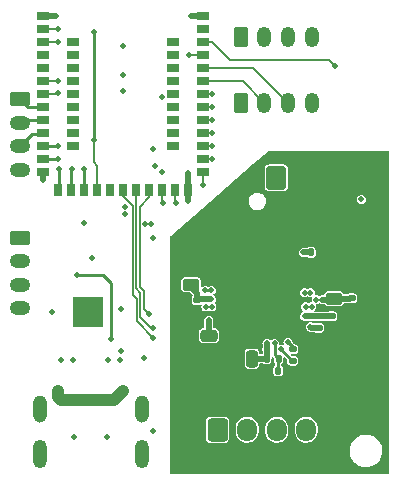
<source format=gbl>
%TF.GenerationSoftware,KiCad,Pcbnew,(6.0.7-1)-1*%
%TF.CreationDate,2022-09-14T15:44:29-04:00*%
%TF.ProjectId,phocuser,70686f63-7573-4657-922e-6b696361645f,rev?*%
%TF.SameCoordinates,Original*%
%TF.FileFunction,Copper,L4,Bot*%
%TF.FilePolarity,Positive*%
%FSLAX46Y46*%
G04 Gerber Fmt 4.6, Leading zero omitted, Abs format (unit mm)*
G04 Created by KiCad (PCBNEW (6.0.7-1)-1) date 2022-09-14 15:44:29*
%MOMM*%
%LPD*%
G01*
G04 APERTURE LIST*
G04 Aperture macros list*
%AMRoundRect*
0 Rectangle with rounded corners*
0 $1 Rounding radius*
0 $2 $3 $4 $5 $6 $7 $8 $9 X,Y pos of 4 corners*
0 Add a 4 corners polygon primitive as box body*
4,1,4,$2,$3,$4,$5,$6,$7,$8,$9,$2,$3,0*
0 Add four circle primitives for the rounded corners*
1,1,$1+$1,$2,$3*
1,1,$1+$1,$4,$5*
1,1,$1+$1,$6,$7*
1,1,$1+$1,$8,$9*
0 Add four rect primitives between the rounded corners*
20,1,$1+$1,$2,$3,$4,$5,0*
20,1,$1+$1,$4,$5,$6,$7,0*
20,1,$1+$1,$6,$7,$8,$9,0*
20,1,$1+$1,$8,$9,$2,$3,0*%
G04 Aperture macros list end*
%TA.AperFunction,ComponentPad*%
%ADD10RoundRect,0.250000X-0.600000X-0.725000X0.600000X-0.725000X0.600000X0.725000X-0.600000X0.725000X0*%
%TD*%
%TA.AperFunction,ComponentPad*%
%ADD11O,1.700000X1.950000*%
%TD*%
%TA.AperFunction,ComponentPad*%
%ADD12C,0.500000*%
%TD*%
%TA.AperFunction,SMDPad,CuDef*%
%ADD13R,4.100000X3.600000*%
%TD*%
%TA.AperFunction,ComponentPad*%
%ADD14RoundRect,0.250000X-0.600000X-0.750000X0.600000X-0.750000X0.600000X0.750000X-0.600000X0.750000X0*%
%TD*%
%TA.AperFunction,ComponentPad*%
%ADD15O,1.700000X2.000000*%
%TD*%
%TA.AperFunction,ComponentPad*%
%ADD16O,1.158000X2.316000*%
%TD*%
%TA.AperFunction,ComponentPad*%
%ADD17O,1.200000X2.400000*%
%TD*%
%TA.AperFunction,SMDPad,CuDef*%
%ADD18R,2.500000X2.500000*%
%TD*%
%TA.AperFunction,ComponentPad*%
%ADD19RoundRect,0.250000X-0.350000X-0.625000X0.350000X-0.625000X0.350000X0.625000X-0.350000X0.625000X0*%
%TD*%
%TA.AperFunction,ComponentPad*%
%ADD20O,1.200000X1.750000*%
%TD*%
%TA.AperFunction,ComponentPad*%
%ADD21RoundRect,0.250000X-0.625000X0.350000X-0.625000X-0.350000X0.625000X-0.350000X0.625000X0.350000X0*%
%TD*%
%TA.AperFunction,ComponentPad*%
%ADD22O,1.750000X1.200000*%
%TD*%
%TA.AperFunction,SMDPad,CuDef*%
%ADD23RoundRect,0.140000X0.140000X0.170000X-0.140000X0.170000X-0.140000X-0.170000X0.140000X-0.170000X0*%
%TD*%
%TA.AperFunction,SMDPad,CuDef*%
%ADD24RoundRect,0.250000X0.250000X0.475000X-0.250000X0.475000X-0.250000X-0.475000X0.250000X-0.475000X0*%
%TD*%
%TA.AperFunction,SMDPad,CuDef*%
%ADD25RoundRect,0.140000X0.170000X-0.140000X0.170000X0.140000X-0.170000X0.140000X-0.170000X-0.140000X0*%
%TD*%
%TA.AperFunction,SMDPad,CuDef*%
%ADD26RoundRect,0.140000X-0.170000X0.140000X-0.170000X-0.140000X0.170000X-0.140000X0.170000X0.140000X0*%
%TD*%
%TA.AperFunction,SMDPad,CuDef*%
%ADD27RoundRect,0.140000X-0.140000X-0.170000X0.140000X-0.170000X0.140000X0.170000X-0.140000X0.170000X0*%
%TD*%
%TA.AperFunction,SMDPad,CuDef*%
%ADD28RoundRect,0.250000X-0.475000X0.250000X-0.475000X-0.250000X0.475000X-0.250000X0.475000X0.250000X0*%
%TD*%
%TA.AperFunction,SMDPad,CuDef*%
%ADD29RoundRect,0.135000X-0.135000X-0.185000X0.135000X-0.185000X0.135000X0.185000X-0.135000X0.185000X0*%
%TD*%
%TA.AperFunction,SMDPad,CuDef*%
%ADD30RoundRect,0.250000X-0.450000X0.262500X-0.450000X-0.262500X0.450000X-0.262500X0.450000X0.262500X0*%
%TD*%
%TA.AperFunction,SMDPad,CuDef*%
%ADD31RoundRect,0.250000X0.450000X-0.262500X0.450000X0.262500X-0.450000X0.262500X-0.450000X-0.262500X0*%
%TD*%
%TA.AperFunction,SMDPad,CuDef*%
%ADD32R,1.000000X0.750000*%
%TD*%
%TA.AperFunction,SMDPad,CuDef*%
%ADD33R,0.750000X1.000000*%
%TD*%
%TA.AperFunction,ViaPad*%
%ADD34C,0.508000*%
%TD*%
%TA.AperFunction,Conductor*%
%ADD35C,0.152400*%
%TD*%
%TA.AperFunction,Conductor*%
%ADD36C,0.500000*%
%TD*%
%TA.AperFunction,Conductor*%
%ADD37C,0.250000*%
%TD*%
%TA.AperFunction,Conductor*%
%ADD38C,0.128000*%
%TD*%
%TA.AperFunction,Conductor*%
%ADD39C,1.000000*%
%TD*%
G04 APERTURE END LIST*
D10*
%TO.P,J1,1,Pin_1*%
%TO.N,Net-(J1-Pad1)*%
X185250000Y-101000000D03*
D11*
%TO.P,J1,2,Pin_2*%
%TO.N,Net-(J1-Pad2)*%
X187750000Y-101000000D03*
%TO.P,J1,3,Pin_3*%
%TO.N,Net-(J1-Pad3)*%
X190250000Y-101000000D03*
%TO.P,J1,4,Pin_4*%
%TO.N,Net-(J1-Pad4)*%
X192750000Y-101000000D03*
%TD*%
D12*
%TO.P,U2,37,GNDD*%
%TO.N,GND*%
X190550000Y-88700000D03*
D13*
X188750000Y-90250000D03*
D12*
X190550000Y-91800000D03*
X186950000Y-90250000D03*
X189350000Y-90250000D03*
X188150000Y-90250000D03*
X189350000Y-91800000D03*
X189350000Y-88700000D03*
X186950000Y-88700000D03*
X186950000Y-91800000D03*
X190550000Y-90250000D03*
X188150000Y-88700000D03*
X188150000Y-91800000D03*
%TD*%
D14*
%TO.P,J3,1,Pin_1*%
%TO.N,+12V*%
X190200000Y-79675000D03*
D15*
%TO.P,J3,2,Pin_2*%
%TO.N,GND*%
X192700000Y-79675000D03*
%TD*%
D16*
%TO.P,J4,S3,SHIELD*%
%TO.N,GND*%
X170180000Y-99275000D03*
%TO.P,J4,S4,SHIELD*%
X178820000Y-99275000D03*
D17*
%TO.P,J4,S5,SHIELD*%
X170180000Y-103100000D03*
%TO.P,J4,S6,SHIELD*%
X178820000Y-103100000D03*
%TD*%
D12*
%TO.P,U3,21,GND*%
%TO.N,GND*%
X175250000Y-90000000D03*
X173250000Y-92000000D03*
D18*
X174250000Y-91000000D03*
D12*
X175250000Y-92000000D03*
X173250000Y-90000000D03*
%TD*%
D19*
%TO.P,J5,1,Pin_1*%
%TO.N,VCC*%
X187200000Y-67750000D03*
D20*
%TO.P,J5,2,Pin_2*%
%TO.N,ACC0_A*%
X189200000Y-67750000D03*
%TO.P,J5,3,Pin_3*%
%TO.N,ACC0_B*%
X191200000Y-67750000D03*
%TO.P,J5,4,Pin_4*%
%TO.N,GND*%
X193200000Y-67750000D03*
%TD*%
D19*
%TO.P,J6,1,Pin_1*%
%TO.N,VCC*%
X187200000Y-73350000D03*
D20*
%TO.P,J6,2,Pin_2*%
%TO.N,ACC1_A*%
X189200000Y-73350000D03*
%TO.P,J6,3,Pin_3*%
%TO.N,ACC1_B*%
X191200000Y-73350000D03*
%TO.P,J6,4,Pin_4*%
%TO.N,GND*%
X193200000Y-73350000D03*
%TD*%
D21*
%TO.P,J7,1,Pin_1*%
%TO.N,GND*%
X168510000Y-84740000D03*
D22*
%TO.P,J7,2,Pin_2*%
%TO.N,Net-(J7-Pad2)*%
X168510000Y-86740000D03*
%TO.P,J7,3,Pin_3*%
%TO.N,Net-(J7-Pad3)*%
X168510000Y-88740000D03*
%TO.P,J7,4,Pin_4*%
%TO.N,Net-(C16-Pad1)*%
X168510000Y-90740000D03*
%TD*%
D21*
%TO.P,J8,1,Pin_1*%
%TO.N,ACC2_A*%
X168500000Y-73000000D03*
D22*
%TO.P,J8,2,Pin_2*%
%TO.N,ACC2_B*%
X168500000Y-75000000D03*
%TO.P,J8,3,Pin_3*%
%TO.N,ACC2_C*%
X168500000Y-77000000D03*
%TO.P,J8,4,Pin_4*%
%TO.N,GND*%
X168500000Y-79000000D03*
%TD*%
D23*
%TO.P,C1,1*%
%TO.N,Net-(C1-Pad1)*%
X190380000Y-96000000D03*
%TO.P,C1,2*%
%TO.N,GND*%
X189420000Y-96000000D03*
%TD*%
D24*
%TO.P,C2,1*%
%TO.N,Net-(C2-Pad1)*%
X188150000Y-95000000D03*
%TO.P,C2,2*%
%TO.N,GND*%
X186250000Y-95000000D03*
%TD*%
D25*
%TO.P,C3,1*%
%TO.N,Net-(C3-Pad1)*%
X191600000Y-95160000D03*
%TO.P,C3,2*%
%TO.N,Net-(C3-Pad2)*%
X191600000Y-94200000D03*
%TD*%
%TO.P,C4,1*%
%TO.N,Net-(C4-Pad1)*%
X196600000Y-89880000D03*
%TO.P,C4,2*%
%TO.N,GND*%
X196600000Y-88920000D03*
%TD*%
%TO.P,C5,1*%
%TO.N,GND*%
X183500000Y-90980000D03*
%TO.P,C5,2*%
%TO.N,Net-(C5-Pad2)*%
X183500000Y-90020000D03*
%TD*%
D26*
%TO.P,C6,1*%
%TO.N,+12V*%
X193800000Y-91420000D03*
%TO.P,C6,2*%
%TO.N,Net-(C6-Pad2)*%
X193800000Y-92380000D03*
%TD*%
D27*
%TO.P,C7,1*%
%TO.N,+12V*%
X193120000Y-86000000D03*
%TO.P,C7,2*%
%TO.N,GND*%
X194080000Y-86000000D03*
%TD*%
D28*
%TO.P,C8,1*%
%TO.N,+12V*%
X184500000Y-93050000D03*
%TO.P,C8,2*%
%TO.N,GND*%
X184500000Y-94950000D03*
%TD*%
D26*
%TO.P,C9,1*%
%TO.N,+12V*%
X194900000Y-91400000D03*
%TO.P,C9,2*%
%TO.N,GND*%
X194900000Y-92360000D03*
%TD*%
D29*
%TO.P,R1,1*%
%TO.N,Net-(C2-Pad1)*%
X189390000Y-95000000D03*
%TO.P,R1,2*%
%TO.N,Net-(C1-Pad1)*%
X190410000Y-95000000D03*
%TD*%
D30*
%TO.P,R2,1*%
%TO.N,GND*%
X195100000Y-88087500D03*
%TO.P,R2,2*%
%TO.N,Net-(C4-Pad1)*%
X195100000Y-89912500D03*
%TD*%
D31*
%TO.P,R3,1*%
%TO.N,Net-(C5-Pad2)*%
X183000000Y-88712500D03*
%TO.P,R3,2*%
%TO.N,GND*%
X183000000Y-86887500D03*
%TD*%
D32*
%TO.P,U1,1,GND*%
%TO.N,GND*%
X184000000Y-66000000D03*
%TO.P,U1,2,P1.11*%
%TO.N,unconnected-(U1-Pad2)*%
X184000000Y-67100000D03*
%TO.P,U1,3,P1.10*%
%TO.N,/Vmeas*%
X184000000Y-68200000D03*
%TO.P,U1,4,P1.13*%
%TO.N,THERM0*%
X184000000Y-69300000D03*
%TO.P,U1,5,P1.15*%
%TO.N,ACC1_B*%
X184000000Y-70400000D03*
%TO.P,U1,6,P0.03*%
%TO.N,ACC1_A*%
X184000000Y-71500000D03*
%TO.P,U1,7,P0.02*%
%TO.N,TMCCLK*%
X184000000Y-72600000D03*
%TO.P,U1,8,P0.28*%
%TO.N,~{CS1}*%
X184000000Y-73700000D03*
%TO.P,U1,9,P0.29*%
%TO.N,SCLK*%
X184000000Y-74800000D03*
%TO.P,U1,10,P0.30*%
%TO.N,MOSI*%
X184000000Y-75900000D03*
%TO.P,U1,11,P0.31*%
%TO.N,MISO*%
X184000000Y-77000000D03*
%TO.P,U1,12,P0.04*%
%TO.N,STEP*%
X184000000Y-78100000D03*
%TO.P,U1,13,P0.05*%
%TO.N,DIR*%
X184000000Y-79200000D03*
D33*
%TO.P,U1,14,VDD_nRF*%
%TO.N,VCC*%
X182750000Y-80700000D03*
%TO.P,U1,15,P0.07*%
%TO.N,Net-(U1-Pad15)*%
X181650000Y-80700000D03*
%TO.P,U1,16,P1.09*%
%TO.N,Net-(U1-Pad16)*%
X180550000Y-80700000D03*
%TO.P,U1,17,P0.12*%
%TO.N,DIAG0*%
X179450000Y-80700000D03*
%TO.P,U1,18,P0.23*%
%TO.N,DIAG1*%
X178350000Y-80700000D03*
%TO.P,U1,19,P0.21*%
%TO.N,~{MOTOR_EN}*%
X177250000Y-80700000D03*
%TO.P,U1,20,P0.19*%
%TO.N,unconnected-(U1-Pad20)*%
X176150000Y-80700000D03*
%TO.P,U1,21,P0.18*%
%TO.N,~{RESET}*%
X175050000Y-80700000D03*
%TO.P,U1,22,VBUS*%
%TO.N,Net-(R19-Pad2)*%
X173950000Y-80700000D03*
%TO.P,U1,23,D-*%
%TO.N,Net-(R18-Pad2)*%
X172850000Y-80700000D03*
%TO.P,U1,24,D+*%
%TO.N,Net-(R17-Pad2)*%
X171750000Y-80700000D03*
D32*
%TO.P,U1,25,GND*%
%TO.N,GND*%
X170500000Y-79200000D03*
%TO.P,U1,26,P0.22*%
%TO.N,RXD*%
X170500000Y-78100000D03*
%TO.P,U1,27,P1.00*%
%TO.N,TXD*%
X170500000Y-77000000D03*
%TO.P,U1,28,P1.03*%
%TO.N,ACC2_C*%
X170500000Y-75900000D03*
%TO.P,U1,29,P1.01*%
%TO.N,ACC2_B*%
X170500000Y-74800000D03*
%TO.P,U1,30,P1.02*%
%TO.N,ACC2_A*%
X170500000Y-73700000D03*
%TO.P,U1,31,SWDCLK*%
%TO.N,SWDCLK*%
X170500000Y-72600000D03*
%TO.P,U1,32,SWDIO*%
%TO.N,SWDIO*%
X170500000Y-71500000D03*
%TO.P,U1,33,P1.04*%
%TO.N,unconnected-(U1-Pad33)*%
X170500000Y-70400000D03*
%TO.P,U1,34,P1.06*%
%TO.N,unconnected-(U1-Pad34)*%
X170500000Y-69300000D03*
%TO.P,U1,35,P0.09*%
%TO.N,ACC0_A*%
X170500000Y-68200000D03*
%TO.P,U1,36,P0.10*%
%TO.N,ACC0_B*%
X170500000Y-67100000D03*
%TO.P,U1,37,GND*%
%TO.N,GND*%
X170500000Y-66000000D03*
%TO.P,U1,38,P1.14*%
%TO.N,unconnected-(U1-Pad38)*%
X181500000Y-68200000D03*
%TO.P,U1,39,P1.12*%
%TO.N,unconnected-(U1-Pad39)*%
X181500000Y-69300000D03*
%TO.P,U1,40,P0.25*%
%TO.N,unconnected-(U1-Pad40)*%
X181500000Y-70400000D03*
%TO.P,U1,41,P0.11*%
%TO.N,unconnected-(U1-Pad41)*%
X181500000Y-71500000D03*
%TO.P,U1,42,P1.08*%
%TO.N,unconnected-(U1-Pad42)*%
X181500000Y-72600000D03*
%TO.P,U1,43,P0.27*%
%TO.N,unconnected-(U1-Pad43)*%
X181500000Y-73700000D03*
%TO.P,U1,44,P0.08*%
%TO.N,unconnected-(U1-Pad44)*%
X181500000Y-74800000D03*
%TO.P,U1,45,P0.06*%
%TO.N,unconnected-(U1-Pad45)*%
X181500000Y-75900000D03*
%TO.P,U1,46,P0.26*%
%TO.N,unconnected-(U1-Pad46)*%
X181500000Y-77000000D03*
%TO.P,U1,47,P1.07*%
%TO.N,unconnected-(U1-Pad47)*%
X173000000Y-68200000D03*
%TO.P,U1,48,P1.05*%
%TO.N,unconnected-(U1-Pad48)*%
X173000000Y-69300000D03*
%TO.P,U1,49,P0.24*%
%TO.N,unconnected-(U1-Pad49)*%
X173000000Y-70400000D03*
%TO.P,U1,50,P0.20*%
%TO.N,unconnected-(U1-Pad50)*%
X173000000Y-71500000D03*
%TO.P,U1,51,P0.17*%
%TO.N,unconnected-(U1-Pad51)*%
X173000000Y-72600000D03*
%TO.P,U1,52,P0.15*%
%TO.N,unconnected-(U1-Pad52)*%
X173000000Y-73700000D03*
%TO.P,U1,53,P0.14*%
%TO.N,unconnected-(U1-Pad53)*%
X173000000Y-74800000D03*
%TO.P,U1,54,P0.13*%
%TO.N,unconnected-(U1-Pad54)*%
X173000000Y-75900000D03*
%TO.P,U1,55,P0.16*%
%TO.N,unconnected-(U1-Pad55)*%
X173000000Y-77000000D03*
%TD*%
D34*
%TO.N,ACC0_B*%
X171700000Y-67100000D03*
%TO.N,ACC0_A*%
X171700000Y-68200000D03*
%TO.N,/Vmeas*%
X195200000Y-70200000D03*
%TO.N,GND*%
X197300000Y-78000000D03*
%TO.N,+12V*%
X197400000Y-81500000D03*
%TO.N,GND*%
X196400000Y-81500000D03*
X179900000Y-78700000D03*
%TO.N,Net-(U1-Pad16)*%
X180600000Y-81800000D03*
%TO.N,Net-(U1-Pad15)*%
X181700000Y-81800000D03*
%TO.N,GND*%
X172000000Y-95100000D03*
X171200000Y-91000000D03*
X179800000Y-84750001D03*
X177200000Y-71000000D03*
X177100000Y-94300000D03*
X173900000Y-83500000D03*
X177100000Y-90800000D03*
X193100000Y-88700000D03*
X170500000Y-79900000D03*
X177200000Y-68500000D03*
X176000000Y-95100000D03*
X173000000Y-95100000D03*
X174600000Y-86500000D03*
X177200000Y-72300000D03*
X171600000Y-66000000D03*
X188800000Y-93600000D03*
X173100000Y-101600000D03*
X192600000Y-88700000D03*
X177000000Y-95100000D03*
X185500000Y-87800000D03*
X179600000Y-83550001D03*
X179100000Y-83550001D03*
X180500000Y-79200000D03*
X183000000Y-66000000D03*
X179800000Y-101100000D03*
X179000000Y-94900000D03*
X175900000Y-101600000D03*
%TO.N,Net-(C1-Pad1)*%
X190059890Y-93699281D03*
%TO.N,Net-(C2-Pad1)*%
X189425433Y-93706895D03*
X189400000Y-94200000D03*
%TO.N,Net-(C3-Pad2)*%
X191200000Y-93600000D03*
%TO.N,Net-(C3-Pad1)*%
X190600000Y-94200000D03*
%TO.N,Net-(C4-Pad1)*%
X194100000Y-90000000D03*
X193600000Y-90000000D03*
%TO.N,Net-(C5-Pad2)*%
X184697307Y-89967689D03*
X184197307Y-89967689D03*
%TO.N,Net-(C6-Pad2)*%
X193100000Y-92300000D03*
%TO.N,~{MOTOR_EN}*%
X179800000Y-93200000D03*
%TO.N,DIAG1*%
X179800000Y-92400000D03*
%TO.N,DIAG0*%
X179400000Y-91200000D03*
%TO.N,DIR*%
X184000000Y-80300000D03*
%TO.N,STEP*%
X184800000Y-78100000D03*
%TO.N,MISO*%
X184800000Y-77000000D03*
%TO.N,MOSI*%
X184800000Y-75900000D03*
%TO.N,SCLK*%
X184800000Y-74800000D03*
%TO.N,~{CS1}*%
X184800000Y-73700000D03*
%TO.N,TMCCLK*%
X184800000Y-72600000D03*
%TO.N,+12V*%
X192500000Y-86000000D03*
X184500000Y-92250000D03*
X184500000Y-91750000D03*
X193100000Y-91400000D03*
X192600000Y-91400000D03*
%TO.N,VCC*%
X180500000Y-72800000D03*
X182750000Y-79250000D03*
X182750000Y-81650000D03*
X177400000Y-82150001D03*
X179800000Y-77200000D03*
X177400000Y-82750001D03*
%TO.N,~{RESET}*%
X174800000Y-67300000D03*
X174750000Y-76500000D03*
%TO.N,SWDCLK*%
X171750000Y-72500000D03*
%TO.N,SWDIO*%
X171750000Y-71500000D03*
%TO.N,Net-(C11-Pad1)*%
X177250000Y-97750000D03*
X171734322Y-97750000D03*
%TO.N,Net-(C14-Pad2)*%
X173300000Y-87900000D03*
X176187500Y-93312500D03*
%TO.N,THERM0*%
X182800000Y-69300000D03*
%TO.N,TXD*%
X171700000Y-77000000D03*
%TO.N,RXD*%
X171700000Y-78100000D03*
%TO.N,Net-(R17-Pad2)*%
X171800000Y-78900000D03*
%TO.N,Net-(R18-Pad2)*%
X172900000Y-78900000D03*
%TO.N,Net-(R19-Pad2)*%
X173900000Y-78900000D03*
%TO.N,Net-(J1-Pad4)*%
X192700000Y-90600000D03*
X193200000Y-90600000D03*
%TO.N,Net-(J1-Pad3)*%
X193100000Y-89400000D03*
X192600000Y-89400000D03*
%TO.N,Net-(J1-Pad2)*%
X184200000Y-89200000D03*
X184700000Y-89200000D03*
%TO.N,Net-(J1-Pad1)*%
X184250000Y-90600000D03*
X184750000Y-90600000D03*
%TD*%
D35*
%TO.N,ACC0_B*%
X170500000Y-67100000D02*
X171700000Y-67100000D01*
%TO.N,ACC0_A*%
X171700000Y-68200000D02*
X170500000Y-68200000D01*
%TO.N,/Vmeas*%
X184000000Y-68200000D02*
X184800000Y-68200000D01*
X184800000Y-68200000D02*
X186300000Y-69700000D01*
X194700000Y-69700000D02*
X195200000Y-70200000D01*
X186300000Y-69700000D02*
X194700000Y-69700000D01*
%TO.N,Net-(U1-Pad16)*%
X180550000Y-81750000D02*
X180600000Y-81800000D01*
X180550000Y-80700000D02*
X180550000Y-81750000D01*
%TO.N,Net-(U1-Pad15)*%
X181650000Y-80700000D02*
X181650000Y-81750000D01*
X181650000Y-81750000D02*
X181700000Y-81800000D01*
D36*
%TO.N,GND*%
X184000000Y-66000000D02*
X183000000Y-66000000D01*
X170500000Y-79200000D02*
X170500000Y-79900000D01*
X170500000Y-66000000D02*
X171600000Y-66000000D01*
D37*
%TO.N,Net-(C1-Pad1)*%
X190380000Y-95900000D02*
X190380000Y-95030000D01*
X190410000Y-95000000D02*
X190059890Y-94649890D01*
X190059890Y-94649890D02*
X190059890Y-93699281D01*
X190380000Y-95030000D02*
X190410000Y-95000000D01*
D36*
%TO.N,Net-(C2-Pad1)*%
X189390000Y-95000000D02*
X188350000Y-95000000D01*
X189425433Y-94174567D02*
X189400000Y-94200000D01*
X189425433Y-93706895D02*
X189425433Y-94964567D01*
X189425433Y-93706895D02*
X189425433Y-94174567D01*
D37*
%TO.N,Net-(C3-Pad2)*%
X191600000Y-94200000D02*
X191600000Y-94000000D01*
X191600000Y-94000000D02*
X191200000Y-93600000D01*
%TO.N,Net-(C3-Pad1)*%
X191600000Y-95160000D02*
X191560000Y-95160000D01*
X191560000Y-95160000D02*
X190600000Y-94200000D01*
D36*
%TO.N,Net-(C4-Pad1)*%
X194100000Y-90000000D02*
X195012500Y-90000000D01*
X196467500Y-89912500D02*
X196500000Y-89880000D01*
X195100000Y-89912500D02*
X196467500Y-89912500D01*
X195012500Y-90000000D02*
X195100000Y-89912500D01*
%TO.N,Net-(C5-Pad2)*%
X183500000Y-90020000D02*
X183552311Y-89967689D01*
X183500000Y-89412500D02*
X183100000Y-89012500D01*
D37*
X184697307Y-89967689D02*
X184197307Y-89967689D01*
D36*
X183552311Y-89967689D02*
X184697307Y-89967689D01*
X183500000Y-90020000D02*
X183500000Y-89412500D01*
%TO.N,Net-(C6-Pad2)*%
X193800000Y-92380000D02*
X193180000Y-92380000D01*
X193180000Y-92380000D02*
X193100000Y-92300000D01*
D38*
%TO.N,~{MOTOR_EN}*%
X178400000Y-89900000D02*
X178400000Y-91800000D01*
X178069590Y-82069590D02*
X178069590Y-89569590D01*
X178400000Y-91800000D02*
X179800000Y-93200000D01*
X177250000Y-81250000D02*
X178069590Y-82069590D01*
X178069590Y-89569590D02*
X178400000Y-89900000D01*
X177250000Y-80700000D02*
X177250000Y-81250000D01*
%TO.N,DIAG1*%
X178350000Y-89050000D02*
X178700000Y-89400000D01*
X178700000Y-89400000D02*
X178700000Y-91500000D01*
X178350000Y-80700000D02*
X178350000Y-89050000D01*
X179600000Y-92400000D02*
X179800000Y-92400000D01*
X178700000Y-91500000D02*
X179600000Y-92400000D01*
%TO.N,DIAG0*%
X178630410Y-88933852D02*
X178980410Y-89283851D01*
X179450000Y-81328000D02*
X178630410Y-82147590D01*
X178980410Y-89283851D02*
X178980410Y-90780410D01*
X178630410Y-82147590D02*
X178630410Y-88933852D01*
X179450000Y-80700000D02*
X179450000Y-81328000D01*
X178980410Y-90780410D02*
X179400000Y-91200000D01*
%TO.N,DIR*%
X184000000Y-79200000D02*
X184000000Y-80300000D01*
%TO.N,STEP*%
X184800000Y-78100000D02*
X184000000Y-78100000D01*
%TO.N,MISO*%
X184000000Y-77000000D02*
X184800000Y-77000000D01*
%TO.N,MOSI*%
X184000000Y-75900000D02*
X184800000Y-75900000D01*
%TO.N,SCLK*%
X184000000Y-74800000D02*
X184800000Y-74800000D01*
%TO.N,~{CS1}*%
X184000000Y-73700000D02*
X184800000Y-73700000D01*
%TO.N,TMCCLK*%
X184000000Y-72600000D02*
X184800000Y-72600000D01*
D36*
%TO.N,+12V*%
X194900000Y-91400000D02*
X193820000Y-91400000D01*
X193120000Y-86000000D02*
X192500000Y-86000000D01*
X192620000Y-91420000D02*
X192600000Y-91400000D01*
X193800000Y-91420000D02*
X192620000Y-91420000D01*
X184500000Y-91750000D02*
X184500000Y-93050000D01*
X193820000Y-91400000D02*
X193800000Y-91420000D01*
%TO.N,VCC*%
X182750000Y-80700000D02*
X182750000Y-81650000D01*
X182750000Y-80700000D02*
X182750000Y-79250000D01*
D35*
%TO.N,~{RESET}*%
X174750000Y-78350000D02*
X174750000Y-76500000D01*
D37*
X174800000Y-76450000D02*
X174750000Y-76500000D01*
D35*
X175050000Y-78650000D02*
X174750000Y-78350000D01*
D37*
X174800000Y-67300000D02*
X174800000Y-76450000D01*
D35*
X175050000Y-80700000D02*
X175050000Y-78650000D01*
%TO.N,SWDCLK*%
X171650000Y-72600000D02*
X171750000Y-72500000D01*
X170500000Y-72600000D02*
X171650000Y-72600000D01*
%TO.N,SWDIO*%
X170500000Y-71500000D02*
X171750000Y-71500000D01*
D39*
%TO.N,Net-(C11-Pad1)*%
X171734322Y-97750000D02*
X171734322Y-98234322D01*
X176500000Y-98500000D02*
X177250000Y-97750000D01*
X172000000Y-98500000D02*
X176500000Y-98500000D01*
X171734322Y-98234322D02*
X172000000Y-98500000D01*
D37*
%TO.N,Net-(C14-Pad2)*%
X176187500Y-88587500D02*
X175500000Y-87900000D01*
X175500000Y-87900000D02*
X173300000Y-87900000D01*
X176187500Y-93312500D02*
X176187500Y-88587500D01*
D38*
%TO.N,THERM0*%
X184000000Y-69300000D02*
X182800000Y-69300000D01*
D37*
%TO.N,TXD*%
X170500000Y-77000000D02*
X171700000Y-77000000D01*
%TO.N,RXD*%
X170500000Y-78100000D02*
X171700000Y-78100000D01*
D38*
%TO.N,ACC1_B*%
X188250000Y-70400000D02*
X191200000Y-73350000D01*
X184000000Y-70400000D02*
X188250000Y-70400000D01*
%TO.N,ACC1_A*%
X187350000Y-71500000D02*
X189200000Y-73350000D01*
X184000000Y-71500000D02*
X187350000Y-71500000D01*
D37*
%TO.N,Net-(R17-Pad2)*%
X171800000Y-80650000D02*
X171750000Y-80700000D01*
X171800000Y-78900000D02*
X171800000Y-80650000D01*
%TO.N,Net-(R18-Pad2)*%
X172850000Y-80700000D02*
X172850000Y-78950000D01*
X172850000Y-78950000D02*
X172900000Y-78900000D01*
%TO.N,Net-(R19-Pad2)*%
X173900000Y-80650000D02*
X173950000Y-80700000D01*
X173900000Y-78900000D02*
X173900000Y-80650000D01*
%TO.N,ACC2_A*%
X169200000Y-73700000D02*
X168500000Y-73000000D01*
X170500000Y-73700000D02*
X169200000Y-73700000D01*
%TO.N,ACC2_B*%
X170500000Y-74800000D02*
X168700000Y-74800000D01*
X168700000Y-74800000D02*
X168500000Y-75000000D01*
%TO.N,ACC2_C*%
X169500000Y-76000000D02*
X168500000Y-77000000D01*
X170500000Y-75900000D02*
X170400000Y-76000000D01*
X170400000Y-76000000D02*
X169500000Y-76000000D01*
%TO.N,Net-(J1-Pad2)*%
X184700000Y-89200000D02*
X184200000Y-89200000D01*
%TD*%
%TA.AperFunction,Conductor*%
%TO.N,GND*%
G36*
X199731548Y-77418452D02*
G01*
X199750000Y-77463000D01*
X199750000Y-104687000D01*
X199731548Y-104731548D01*
X199687000Y-104750000D01*
X181313000Y-104750000D01*
X181268452Y-104731548D01*
X181250000Y-104687000D01*
X181250000Y-102734734D01*
X196416047Y-102734734D01*
X196424836Y-102968849D01*
X196472946Y-103198135D01*
X196558999Y-103416038D01*
X196680537Y-103616326D01*
X196682283Y-103618338D01*
X196832340Y-103791264D01*
X196832344Y-103791268D01*
X196834084Y-103793273D01*
X196836139Y-103794958D01*
X196836140Y-103794959D01*
X197013187Y-103940129D01*
X197013193Y-103940133D01*
X197015249Y-103941819D01*
X197017563Y-103943136D01*
X197017567Y-103943139D01*
X197216535Y-104056399D01*
X197216540Y-104056401D01*
X197218853Y-104057718D01*
X197317132Y-104093391D01*
X197436562Y-104136743D01*
X197436567Y-104136744D01*
X197439073Y-104137654D01*
X197441694Y-104138128D01*
X197441698Y-104138129D01*
X197667583Y-104178975D01*
X197667587Y-104178975D01*
X197669614Y-104179342D01*
X197690980Y-104180350D01*
X197693447Y-104180466D01*
X197693449Y-104180466D01*
X197694169Y-104180500D01*
X197858820Y-104180500D01*
X197947562Y-104172970D01*
X198030783Y-104165909D01*
X198030788Y-104165908D01*
X198033441Y-104165683D01*
X198260206Y-104106827D01*
X198473813Y-104010604D01*
X198668154Y-103879766D01*
X198837671Y-103718054D01*
X198977519Y-103530093D01*
X199083697Y-103321255D01*
X199084488Y-103318709D01*
X199084490Y-103318703D01*
X199152379Y-103100066D01*
X199152380Y-103100061D01*
X199153171Y-103097514D01*
X199183953Y-102865266D01*
X199175164Y-102631151D01*
X199127054Y-102401865D01*
X199041001Y-102183962D01*
X198995744Y-102109380D01*
X198920846Y-101985953D01*
X198920846Y-101985952D01*
X198919463Y-101983674D01*
X198885808Y-101944890D01*
X198767660Y-101808736D01*
X198767656Y-101808732D01*
X198765916Y-101806727D01*
X198719884Y-101768983D01*
X198586813Y-101659871D01*
X198586807Y-101659867D01*
X198584751Y-101658181D01*
X198582437Y-101656864D01*
X198582433Y-101656861D01*
X198383465Y-101543601D01*
X198383460Y-101543599D01*
X198381147Y-101542282D01*
X198282868Y-101506609D01*
X198163438Y-101463257D01*
X198163433Y-101463256D01*
X198160927Y-101462346D01*
X198158306Y-101461872D01*
X198158302Y-101461871D01*
X197932417Y-101421025D01*
X197932413Y-101421025D01*
X197930386Y-101420658D01*
X197908227Y-101419613D01*
X197906553Y-101419534D01*
X197906551Y-101419534D01*
X197905831Y-101419500D01*
X197741180Y-101419500D01*
X197652438Y-101427030D01*
X197569217Y-101434091D01*
X197569212Y-101434092D01*
X197566559Y-101434317D01*
X197339794Y-101493173D01*
X197126187Y-101589396D01*
X196931846Y-101720234D01*
X196762329Y-101881946D01*
X196622481Y-102069907D01*
X196516303Y-102278745D01*
X196515512Y-102281291D01*
X196515510Y-102281297D01*
X196447621Y-102499934D01*
X196446829Y-102502486D01*
X196416047Y-102734734D01*
X181250000Y-102734734D01*
X181250000Y-101761062D01*
X184269500Y-101761062D01*
X184269836Y-101763341D01*
X184269836Y-101763348D01*
X184279702Y-101830372D01*
X184280509Y-101835852D01*
X184336337Y-101949560D01*
X184381282Y-101994427D01*
X184422302Y-102035376D01*
X184422304Y-102035377D01*
X184425987Y-102039054D01*
X184430667Y-102041341D01*
X184430666Y-102041341D01*
X184535402Y-102092537D01*
X184535404Y-102092538D01*
X184539793Y-102094683D01*
X184592724Y-102102405D01*
X184611675Y-102105170D01*
X184611677Y-102105170D01*
X184613938Y-102105500D01*
X185886062Y-102105500D01*
X185888341Y-102105164D01*
X185888348Y-102105164D01*
X185956009Y-102095204D01*
X185956010Y-102095204D01*
X185960852Y-102094491D01*
X185965242Y-102092336D01*
X185965244Y-102092335D01*
X186069890Y-102040956D01*
X186069891Y-102040956D01*
X186074560Y-102038663D01*
X186152288Y-101960800D01*
X186160376Y-101952698D01*
X186160377Y-101952696D01*
X186164054Y-101949013D01*
X186219683Y-101835207D01*
X186229025Y-101771174D01*
X186230170Y-101763325D01*
X186230170Y-101763323D01*
X186230500Y-101761062D01*
X186230500Y-101174785D01*
X186769500Y-101174785D01*
X186784573Y-101323174D01*
X186785529Y-101326224D01*
X186837848Y-101493173D01*
X186844140Y-101513252D01*
X186845684Y-101516038D01*
X186845686Y-101516042D01*
X186924475Y-101658181D01*
X186940711Y-101687471D01*
X186942790Y-101689897D01*
X186942791Y-101689898D01*
X187044648Y-101808736D01*
X187070341Y-101838713D01*
X187227734Y-101960800D01*
X187230599Y-101962210D01*
X187230601Y-101962211D01*
X187403598Y-102047336D01*
X187403600Y-102047337D01*
X187406462Y-102048745D01*
X187599224Y-102098955D01*
X187602401Y-102099121D01*
X187602404Y-102099122D01*
X187758315Y-102107293D01*
X187798144Y-102109380D01*
X187995098Y-102079594D01*
X188182040Y-102010813D01*
X188351333Y-101905847D01*
X188496062Y-101768983D01*
X188610314Y-101605814D01*
X188689424Y-101423003D01*
X188730158Y-101228019D01*
X188730500Y-101221493D01*
X188730500Y-101174785D01*
X189269500Y-101174785D01*
X189284573Y-101323174D01*
X189285529Y-101326224D01*
X189337848Y-101493173D01*
X189344140Y-101513252D01*
X189345684Y-101516038D01*
X189345686Y-101516042D01*
X189424475Y-101658181D01*
X189440711Y-101687471D01*
X189442790Y-101689897D01*
X189442791Y-101689898D01*
X189544648Y-101808736D01*
X189570341Y-101838713D01*
X189727734Y-101960800D01*
X189730599Y-101962210D01*
X189730601Y-101962211D01*
X189903598Y-102047336D01*
X189903600Y-102047337D01*
X189906462Y-102048745D01*
X190099224Y-102098955D01*
X190102401Y-102099121D01*
X190102404Y-102099122D01*
X190258315Y-102107293D01*
X190298144Y-102109380D01*
X190495098Y-102079594D01*
X190682040Y-102010813D01*
X190851333Y-101905847D01*
X190996062Y-101768983D01*
X191110314Y-101605814D01*
X191189424Y-101423003D01*
X191230158Y-101228019D01*
X191230500Y-101221493D01*
X191230500Y-101174785D01*
X191769500Y-101174785D01*
X191784573Y-101323174D01*
X191785529Y-101326224D01*
X191837848Y-101493173D01*
X191844140Y-101513252D01*
X191845684Y-101516038D01*
X191845686Y-101516042D01*
X191924475Y-101658181D01*
X191940711Y-101687471D01*
X191942790Y-101689897D01*
X191942791Y-101689898D01*
X192044648Y-101808736D01*
X192070341Y-101838713D01*
X192227734Y-101960800D01*
X192230599Y-101962210D01*
X192230601Y-101962211D01*
X192403598Y-102047336D01*
X192403600Y-102047337D01*
X192406462Y-102048745D01*
X192599224Y-102098955D01*
X192602401Y-102099121D01*
X192602404Y-102099122D01*
X192758315Y-102107293D01*
X192798144Y-102109380D01*
X192995098Y-102079594D01*
X193182040Y-102010813D01*
X193351333Y-101905847D01*
X193496062Y-101768983D01*
X193610314Y-101605814D01*
X193689424Y-101423003D01*
X193730158Y-101228019D01*
X193730500Y-101221493D01*
X193730500Y-100825215D01*
X193715427Y-100676826D01*
X193685122Y-100580122D01*
X193656814Y-100489791D01*
X193656813Y-100489788D01*
X193655860Y-100486748D01*
X193654316Y-100483962D01*
X193654314Y-100483958D01*
X193560839Y-100315325D01*
X193560838Y-100315324D01*
X193559289Y-100312529D01*
X193496214Y-100238938D01*
X193431736Y-100163710D01*
X193431735Y-100163709D01*
X193429659Y-100161287D01*
X193272266Y-100039200D01*
X193269401Y-100037790D01*
X193269399Y-100037789D01*
X193096402Y-99952664D01*
X193096400Y-99952663D01*
X193093538Y-99951255D01*
X192900776Y-99901045D01*
X192897599Y-99900879D01*
X192897596Y-99900878D01*
X192741685Y-99892707D01*
X192701856Y-99890620D01*
X192504902Y-99920406D01*
X192317960Y-99989187D01*
X192148667Y-100094153D01*
X192003938Y-100231017D01*
X191889686Y-100394186D01*
X191810576Y-100576997D01*
X191769842Y-100771981D01*
X191769500Y-100778507D01*
X191769500Y-101174785D01*
X191230500Y-101174785D01*
X191230500Y-100825215D01*
X191215427Y-100676826D01*
X191185122Y-100580122D01*
X191156814Y-100489791D01*
X191156813Y-100489788D01*
X191155860Y-100486748D01*
X191154316Y-100483962D01*
X191154314Y-100483958D01*
X191060839Y-100315325D01*
X191060838Y-100315324D01*
X191059289Y-100312529D01*
X190996214Y-100238938D01*
X190931736Y-100163710D01*
X190931735Y-100163709D01*
X190929659Y-100161287D01*
X190772266Y-100039200D01*
X190769401Y-100037790D01*
X190769399Y-100037789D01*
X190596402Y-99952664D01*
X190596400Y-99952663D01*
X190593538Y-99951255D01*
X190400776Y-99901045D01*
X190397599Y-99900879D01*
X190397596Y-99900878D01*
X190241685Y-99892707D01*
X190201856Y-99890620D01*
X190004902Y-99920406D01*
X189817960Y-99989187D01*
X189648667Y-100094153D01*
X189503938Y-100231017D01*
X189389686Y-100394186D01*
X189310576Y-100576997D01*
X189269842Y-100771981D01*
X189269500Y-100778507D01*
X189269500Y-101174785D01*
X188730500Y-101174785D01*
X188730500Y-100825215D01*
X188715427Y-100676826D01*
X188685122Y-100580122D01*
X188656814Y-100489791D01*
X188656813Y-100489788D01*
X188655860Y-100486748D01*
X188654316Y-100483962D01*
X188654314Y-100483958D01*
X188560839Y-100315325D01*
X188560838Y-100315324D01*
X188559289Y-100312529D01*
X188496214Y-100238938D01*
X188431736Y-100163710D01*
X188431735Y-100163709D01*
X188429659Y-100161287D01*
X188272266Y-100039200D01*
X188269401Y-100037790D01*
X188269399Y-100037789D01*
X188096402Y-99952664D01*
X188096400Y-99952663D01*
X188093538Y-99951255D01*
X187900776Y-99901045D01*
X187897599Y-99900879D01*
X187897596Y-99900878D01*
X187741685Y-99892707D01*
X187701856Y-99890620D01*
X187504902Y-99920406D01*
X187317960Y-99989187D01*
X187148667Y-100094153D01*
X187003938Y-100231017D01*
X186889686Y-100394186D01*
X186810576Y-100576997D01*
X186769842Y-100771981D01*
X186769500Y-100778507D01*
X186769500Y-101174785D01*
X186230500Y-101174785D01*
X186230500Y-100238938D01*
X186229335Y-100231017D01*
X186220204Y-100168991D01*
X186220204Y-100168990D01*
X186219491Y-100164148D01*
X186163663Y-100050440D01*
X186102303Y-99989187D01*
X186077698Y-99964624D01*
X186077696Y-99964623D01*
X186074013Y-99960946D01*
X185993329Y-99921507D01*
X185964598Y-99907463D01*
X185964596Y-99907462D01*
X185960207Y-99905317D01*
X185907276Y-99897595D01*
X185888325Y-99894830D01*
X185888323Y-99894830D01*
X185886062Y-99894500D01*
X184613938Y-99894500D01*
X184611659Y-99894836D01*
X184611652Y-99894836D01*
X184543991Y-99904796D01*
X184543990Y-99904796D01*
X184539148Y-99905509D01*
X184534758Y-99907664D01*
X184534756Y-99907665D01*
X184430894Y-99958659D01*
X184425440Y-99961337D01*
X184380573Y-100006282D01*
X184339624Y-100047302D01*
X184339623Y-100047304D01*
X184335946Y-100050987D01*
X184280317Y-100164793D01*
X184279612Y-100169628D01*
X184269834Y-100236652D01*
X184269500Y-100238938D01*
X184269500Y-101761062D01*
X181250000Y-101761062D01*
X181250000Y-95511062D01*
X187519500Y-95511062D01*
X187530509Y-95585852D01*
X187586337Y-95699560D01*
X187617374Y-95730543D01*
X187672302Y-95785376D01*
X187672304Y-95785377D01*
X187675987Y-95789054D01*
X187680667Y-95791341D01*
X187680666Y-95791341D01*
X187785402Y-95842537D01*
X187785404Y-95842538D01*
X187789793Y-95844683D01*
X187842724Y-95852405D01*
X187861675Y-95855170D01*
X187861677Y-95855170D01*
X187863938Y-95855500D01*
X188436062Y-95855500D01*
X188438341Y-95855164D01*
X188438348Y-95855164D01*
X188506009Y-95845204D01*
X188506010Y-95845204D01*
X188510852Y-95844491D01*
X188515242Y-95842336D01*
X188515244Y-95842335D01*
X188619890Y-95790956D01*
X188619891Y-95790956D01*
X188624560Y-95788663D01*
X188682579Y-95730543D01*
X188710376Y-95702698D01*
X188710377Y-95702696D01*
X188714054Y-95699013D01*
X188729633Y-95667141D01*
X188767537Y-95589598D01*
X188767538Y-95589596D01*
X188769683Y-95585207D01*
X188777405Y-95532276D01*
X188780170Y-95513325D01*
X188780170Y-95513323D01*
X188780500Y-95511062D01*
X188780500Y-95443500D01*
X188798952Y-95398952D01*
X188843500Y-95380500D01*
X189050588Y-95380500D01*
X189085588Y-95391117D01*
X189151407Y-95435095D01*
X189228853Y-95450500D01*
X189389869Y-95450500D01*
X189551146Y-95450499D01*
X189554175Y-95449896D01*
X189554180Y-95449896D01*
X189622506Y-95436306D01*
X189622507Y-95436305D01*
X189628593Y-95435095D01*
X189716415Y-95376415D01*
X189775095Y-95288593D01*
X189790500Y-95211147D01*
X189790500Y-95084202D01*
X189794059Y-95063328D01*
X189804135Y-95034636D01*
X189804135Y-95034635D01*
X189805450Y-95030891D01*
X189805933Y-95025314D01*
X189805933Y-94909361D01*
X189824385Y-94864813D01*
X189868933Y-94846361D01*
X189913481Y-94864813D01*
X189991048Y-94942380D01*
X190009500Y-94986928D01*
X190009501Y-95211146D01*
X190010104Y-95214175D01*
X190010104Y-95214180D01*
X190023694Y-95282506D01*
X190024905Y-95288593D01*
X190083585Y-95376415D01*
X190096500Y-95385044D01*
X190123289Y-95425135D01*
X190124500Y-95437427D01*
X190124500Y-95548174D01*
X190106048Y-95592722D01*
X190096503Y-95600555D01*
X190044981Y-95634981D01*
X190041531Y-95640144D01*
X189988643Y-95719295D01*
X189988642Y-95719297D01*
X189985195Y-95724456D01*
X189969500Y-95803360D01*
X189969500Y-96196640D01*
X189985195Y-96275544D01*
X189988642Y-96280703D01*
X189988643Y-96280705D01*
X190041531Y-96359856D01*
X190044981Y-96365019D01*
X190050144Y-96368469D01*
X190129295Y-96421357D01*
X190129297Y-96421358D01*
X190134456Y-96424805D01*
X190140542Y-96426016D01*
X190140543Y-96426016D01*
X190161822Y-96430248D01*
X190213360Y-96440500D01*
X190546640Y-96440500D01*
X190598178Y-96430248D01*
X190619457Y-96426016D01*
X190619458Y-96426016D01*
X190625544Y-96424805D01*
X190630703Y-96421358D01*
X190630705Y-96421357D01*
X190709856Y-96368469D01*
X190715019Y-96365019D01*
X190718469Y-96359856D01*
X190771357Y-96280705D01*
X190771358Y-96280703D01*
X190774805Y-96275544D01*
X190790500Y-96196640D01*
X190790500Y-95803360D01*
X190774805Y-95724456D01*
X190771358Y-95719297D01*
X190771357Y-95719295D01*
X190718469Y-95640144D01*
X190715019Y-95634981D01*
X190663499Y-95600555D01*
X190636710Y-95560464D01*
X190635500Y-95548174D01*
X190635500Y-95477518D01*
X190653952Y-95432970D01*
X190663500Y-95425135D01*
X190731254Y-95379864D01*
X190731256Y-95379862D01*
X190736415Y-95376415D01*
X190795095Y-95288593D01*
X190810500Y-95211147D01*
X190810499Y-94923926D01*
X190828951Y-94879379D01*
X190873499Y-94860927D01*
X190918047Y-94879379D01*
X191141048Y-95102380D01*
X191159500Y-95146928D01*
X191159500Y-95326640D01*
X191175195Y-95405544D01*
X191178642Y-95410703D01*
X191178643Y-95410705D01*
X191204830Y-95449896D01*
X191234981Y-95495019D01*
X191240144Y-95498469D01*
X191319295Y-95551357D01*
X191319297Y-95551358D01*
X191324456Y-95554805D01*
X191330542Y-95556016D01*
X191330543Y-95556016D01*
X191351822Y-95560248D01*
X191403360Y-95570500D01*
X191796640Y-95570500D01*
X191848178Y-95560248D01*
X191869457Y-95556016D01*
X191869458Y-95556016D01*
X191875544Y-95554805D01*
X191880703Y-95551358D01*
X191880705Y-95551357D01*
X191959856Y-95498469D01*
X191965019Y-95495019D01*
X191995170Y-95449896D01*
X192021357Y-95410705D01*
X192021358Y-95410703D01*
X192024805Y-95405544D01*
X192040500Y-95326640D01*
X192040500Y-94993360D01*
X192024805Y-94914456D01*
X192021358Y-94909297D01*
X192021357Y-94909295D01*
X191968469Y-94830144D01*
X191965019Y-94824981D01*
X191910952Y-94788854D01*
X191880705Y-94768643D01*
X191880703Y-94768642D01*
X191875544Y-94765195D01*
X191869458Y-94763984D01*
X191869457Y-94763984D01*
X191848178Y-94759752D01*
X191796640Y-94749500D01*
X191536928Y-94749500D01*
X191492380Y-94731048D01*
X191479380Y-94718048D01*
X191460928Y-94673500D01*
X191479380Y-94628952D01*
X191523928Y-94610500D01*
X191796640Y-94610500D01*
X191848178Y-94600248D01*
X191869457Y-94596016D01*
X191869458Y-94596016D01*
X191875544Y-94594805D01*
X191880703Y-94591358D01*
X191880705Y-94591357D01*
X191959856Y-94538469D01*
X191965019Y-94535019D01*
X191994268Y-94491246D01*
X192021357Y-94450705D01*
X192021358Y-94450703D01*
X192024805Y-94445544D01*
X192040500Y-94366640D01*
X192040500Y-94033360D01*
X192028784Y-93974460D01*
X192026016Y-93960543D01*
X192026016Y-93960542D01*
X192024805Y-93954456D01*
X192021358Y-93949297D01*
X192021357Y-93949295D01*
X191968469Y-93870144D01*
X191965019Y-93864981D01*
X191950754Y-93855449D01*
X191880705Y-93808643D01*
X191880703Y-93808642D01*
X191875544Y-93805195D01*
X191869458Y-93803984D01*
X191869457Y-93803984D01*
X191848178Y-93799752D01*
X191796640Y-93789500D01*
X191776927Y-93789500D01*
X191732379Y-93771048D01*
X191606969Y-93645637D01*
X191588954Y-93602143D01*
X191589293Y-93600000D01*
X191570240Y-93479702D01*
X191514945Y-93371179D01*
X191428821Y-93285055D01*
X191320298Y-93229760D01*
X191200000Y-93210707D01*
X191079702Y-93229760D01*
X190971179Y-93285055D01*
X190885055Y-93371179D01*
X190829760Y-93479702D01*
X190810707Y-93600000D01*
X190829760Y-93720298D01*
X190855449Y-93770716D01*
X190859231Y-93818783D01*
X190827916Y-93855449D01*
X190779847Y-93859231D01*
X190770723Y-93855453D01*
X190720298Y-93829760D01*
X190600000Y-93810707D01*
X190512844Y-93824511D01*
X190465958Y-93813255D01*
X190440765Y-93772142D01*
X190440765Y-93752432D01*
X190448407Y-93704181D01*
X190449183Y-93699281D01*
X190430130Y-93578983D01*
X190374835Y-93470460D01*
X190288711Y-93384336D01*
X190180188Y-93329041D01*
X190059890Y-93309988D01*
X189939592Y-93329041D01*
X189831069Y-93384336D01*
X189827564Y-93387841D01*
X189827560Y-93387844D01*
X189783403Y-93432002D01*
X189738856Y-93450455D01*
X189694307Y-93432003D01*
X189654254Y-93391950D01*
X189545731Y-93336655D01*
X189425433Y-93317602D01*
X189395463Y-93322349D01*
X189395167Y-93322323D01*
X189394361Y-93322523D01*
X189362236Y-93327611D01*
X189310038Y-93335878D01*
X189310035Y-93335879D01*
X189305135Y-93336655D01*
X189274375Y-93352328D01*
X189273807Y-93351213D01*
X189272330Y-93352836D01*
X189272229Y-93352861D01*
X189268114Y-93355518D01*
X189267391Y-93355886D01*
X189266398Y-93356316D01*
X189265241Y-93356982D01*
X189196612Y-93391950D01*
X189169133Y-93419429D01*
X189168368Y-93418664D01*
X189167590Y-93420426D01*
X189165811Y-93421574D01*
X189162586Y-93425665D01*
X189161830Y-93426353D01*
X189158802Y-93429760D01*
X189110488Y-93478074D01*
X189108236Y-93482494D01*
X189091897Y-93514560D01*
X189090973Y-93516305D01*
X189090609Y-93516967D01*
X189087388Y-93521053D01*
X189085664Y-93525964D01*
X189085212Y-93526785D01*
X189082816Y-93532384D01*
X189055193Y-93586597D01*
X189048547Y-93628561D01*
X189047444Y-93632930D01*
X189047564Y-93632956D01*
X189046730Y-93636831D01*
X189045416Y-93640571D01*
X189044933Y-93646148D01*
X189044933Y-93647504D01*
X189044874Y-93648869D01*
X189044741Y-93648863D01*
X189044157Y-93656276D01*
X189036140Y-93706895D01*
X189036916Y-93711795D01*
X189044157Y-93757513D01*
X189044933Y-93767368D01*
X189044933Y-94034797D01*
X189038067Y-94063398D01*
X189029760Y-94079702D01*
X189025044Y-94109475D01*
X189020243Y-94139788D01*
X189018890Y-94145733D01*
X189018772Y-94146666D01*
X189017281Y-94151652D01*
X189017485Y-94156853D01*
X189017388Y-94157621D01*
X189017111Y-94159564D01*
X189010707Y-94200000D01*
X189011483Y-94204900D01*
X189021395Y-94267482D01*
X189021843Y-94272024D01*
X189022049Y-94273021D01*
X189022254Y-94278227D01*
X189023038Y-94280253D01*
X189022691Y-94282072D01*
X189023681Y-94281915D01*
X189029760Y-94320298D01*
X189032009Y-94324712D01*
X189038067Y-94336602D01*
X189044933Y-94365203D01*
X189044933Y-94556500D01*
X189026481Y-94601048D01*
X188981933Y-94619500D01*
X188843500Y-94619500D01*
X188798952Y-94601048D01*
X188780500Y-94556500D01*
X188780500Y-94488938D01*
X188774113Y-94445544D01*
X188770204Y-94418991D01*
X188770204Y-94418990D01*
X188769491Y-94414148D01*
X188747656Y-94369674D01*
X188715956Y-94305110D01*
X188715956Y-94305109D01*
X188713663Y-94300440D01*
X188659200Y-94246072D01*
X188627698Y-94214624D01*
X188627696Y-94214623D01*
X188624013Y-94210946D01*
X188591595Y-94195100D01*
X188514598Y-94157463D01*
X188514596Y-94157462D01*
X188510207Y-94155317D01*
X188444514Y-94145733D01*
X188438325Y-94144830D01*
X188438323Y-94144830D01*
X188436062Y-94144500D01*
X187863938Y-94144500D01*
X187861659Y-94144836D01*
X187861652Y-94144836D01*
X187793991Y-94154796D01*
X187793990Y-94154796D01*
X187789148Y-94155509D01*
X187784758Y-94157664D01*
X187784756Y-94157665D01*
X187680894Y-94208659D01*
X187675440Y-94211337D01*
X187630573Y-94256282D01*
X187589624Y-94297302D01*
X187589623Y-94297304D01*
X187585946Y-94300987D01*
X187583659Y-94305666D01*
X187534617Y-94405997D01*
X187530317Y-94414793D01*
X187529612Y-94419628D01*
X187519834Y-94486652D01*
X187519500Y-94488938D01*
X187519500Y-95511062D01*
X181250000Y-95511062D01*
X181250000Y-93336062D01*
X183644500Y-93336062D01*
X183644836Y-93338341D01*
X183644836Y-93338348D01*
X183653243Y-93395456D01*
X183655509Y-93410852D01*
X183657664Y-93415242D01*
X183657665Y-93415244D01*
X183691720Y-93484605D01*
X183711337Y-93524560D01*
X183719184Y-93532393D01*
X183797302Y-93610376D01*
X183797304Y-93610377D01*
X183800987Y-93614054D01*
X183805667Y-93616341D01*
X183805666Y-93616341D01*
X183910402Y-93667537D01*
X183910404Y-93667538D01*
X183914793Y-93669683D01*
X183967724Y-93677405D01*
X183986675Y-93680170D01*
X183986677Y-93680170D01*
X183988938Y-93680500D01*
X185011062Y-93680500D01*
X185013341Y-93680164D01*
X185013348Y-93680164D01*
X185081009Y-93670204D01*
X185081010Y-93670204D01*
X185085852Y-93669491D01*
X185090242Y-93667336D01*
X185090244Y-93667335D01*
X185194890Y-93615956D01*
X185194891Y-93615956D01*
X185199560Y-93613663D01*
X185280689Y-93532393D01*
X185285376Y-93527698D01*
X185285377Y-93527696D01*
X185289054Y-93524013D01*
X185309349Y-93482494D01*
X185342537Y-93414598D01*
X185342538Y-93414596D01*
X185344683Y-93410207D01*
X185355085Y-93338909D01*
X185355170Y-93338325D01*
X185355170Y-93338323D01*
X185355500Y-93336062D01*
X185355500Y-92763938D01*
X185355002Y-92760549D01*
X185345204Y-92693991D01*
X185345204Y-92693990D01*
X185344491Y-92689148D01*
X185341726Y-92683515D01*
X185290956Y-92580110D01*
X185290956Y-92580109D01*
X185288663Y-92575440D01*
X185237535Y-92524401D01*
X185202698Y-92489624D01*
X185202696Y-92489623D01*
X185199013Y-92485946D01*
X185090011Y-92432665D01*
X185089598Y-92432463D01*
X185089596Y-92432462D01*
X185085207Y-92430317D01*
X185032276Y-92422595D01*
X185013325Y-92419830D01*
X185013323Y-92419830D01*
X185011062Y-92419500D01*
X184943500Y-92419500D01*
X184898952Y-92401048D01*
X184880500Y-92356500D01*
X184880500Y-92310473D01*
X184881276Y-92300618D01*
X184888517Y-92254900D01*
X184889293Y-92250000D01*
X184881276Y-92199381D01*
X184880500Y-92189527D01*
X184880500Y-91810473D01*
X184881276Y-91800618D01*
X184881580Y-91798702D01*
X184889293Y-91750000D01*
X184870240Y-91629702D01*
X184814945Y-91521179D01*
X184728821Y-91435055D01*
X184660021Y-91400000D01*
X192210707Y-91400000D01*
X192229760Y-91520298D01*
X192285055Y-91628821D01*
X192332534Y-91676300D01*
X192331769Y-91677065D01*
X192333531Y-91677843D01*
X192334679Y-91679622D01*
X192338770Y-91682847D01*
X192339458Y-91683603D01*
X192342865Y-91686631D01*
X192371179Y-91714945D01*
X192375599Y-91717197D01*
X192389138Y-91724096D01*
X192399539Y-91730754D01*
X192434158Y-91758045D01*
X192439069Y-91759769D01*
X192442495Y-91761653D01*
X192446051Y-91763395D01*
X192450289Y-91766424D01*
X192493574Y-91779369D01*
X192500963Y-91781579D01*
X192503786Y-91782497D01*
X192542283Y-91796016D01*
X192553676Y-91800017D01*
X192559253Y-91800500D01*
X192559558Y-91800500D01*
X192563632Y-91800844D01*
X192566659Y-91801226D01*
X192571651Y-91802719D01*
X192626883Y-91800549D01*
X192629356Y-91800500D01*
X192995330Y-91800500D01*
X193039878Y-91818952D01*
X193058330Y-91863500D01*
X193039878Y-91908048D01*
X193005185Y-91925724D01*
X192979702Y-91929760D01*
X192941843Y-91949050D01*
X192911077Y-91964726D01*
X192909855Y-91965272D01*
X192908918Y-91965826D01*
X192908204Y-91966190D01*
X192903631Y-91967959D01*
X192903457Y-91968105D01*
X192901433Y-91968393D01*
X192901937Y-91969383D01*
X192871179Y-91985055D01*
X192807299Y-92048935D01*
X192806732Y-92048368D01*
X192805688Y-92048898D01*
X192806512Y-92049722D01*
X192785055Y-92071179D01*
X192729760Y-92179702D01*
X192710707Y-92300000D01*
X192729760Y-92420298D01*
X192785055Y-92528821D01*
X192871179Y-92614945D01*
X192875085Y-92616935D01*
X192890644Y-92633373D01*
X192894679Y-92639622D01*
X192898770Y-92642847D01*
X192924051Y-92662777D01*
X192929596Y-92667704D01*
X192933296Y-92671404D01*
X192950255Y-92683522D01*
X192952619Y-92685298D01*
X192994158Y-92718045D01*
X192999069Y-92719770D01*
X193002495Y-92721653D01*
X193006051Y-92723395D01*
X193010289Y-92726424D01*
X193053636Y-92739388D01*
X193060960Y-92741578D01*
X193063783Y-92742496D01*
X193113676Y-92760017D01*
X193119253Y-92760500D01*
X193119556Y-92760500D01*
X193123634Y-92760845D01*
X193126667Y-92761228D01*
X193131652Y-92762719D01*
X193136852Y-92762515D01*
X193136854Y-92762515D01*
X193186884Y-92760549D01*
X193189357Y-92760500D01*
X193483936Y-92760500D01*
X193513376Y-92769431D01*
X193513562Y-92768983D01*
X193518117Y-92770870D01*
X193518940Y-92771119D01*
X193524456Y-92774805D01*
X193603360Y-92790500D01*
X193996640Y-92790500D01*
X194048178Y-92780248D01*
X194069457Y-92776016D01*
X194069458Y-92776016D01*
X194075544Y-92774805D01*
X194080703Y-92771358D01*
X194080705Y-92771357D01*
X194159856Y-92718469D01*
X194165019Y-92715019D01*
X194184878Y-92685298D01*
X194221357Y-92630705D01*
X194221358Y-92630703D01*
X194224805Y-92625544D01*
X194227611Y-92611440D01*
X194233842Y-92580110D01*
X194240500Y-92546640D01*
X194240500Y-92213360D01*
X194224805Y-92134456D01*
X194221358Y-92129297D01*
X194221357Y-92129295D01*
X194168469Y-92050144D01*
X194165019Y-92044981D01*
X194096953Y-91999500D01*
X194080705Y-91988643D01*
X194080703Y-91988642D01*
X194075544Y-91985195D01*
X194069458Y-91983984D01*
X194069457Y-91983984D01*
X194048178Y-91979752D01*
X193996640Y-91969500D01*
X193603360Y-91969500D01*
X193524456Y-91985195D01*
X193519297Y-91988642D01*
X193518939Y-91988881D01*
X193518117Y-91989130D01*
X193513562Y-91991017D01*
X193513376Y-91990569D01*
X193483936Y-91999500D01*
X193367854Y-91999500D01*
X193331433Y-91987667D01*
X193328821Y-91985055D01*
X193324402Y-91982803D01*
X193324400Y-91982802D01*
X193280544Y-91960456D01*
X193275250Y-91957241D01*
X193273945Y-91956601D01*
X193269711Y-91953576D01*
X193264727Y-91952085D01*
X193260211Y-91949873D01*
X193258160Y-91949052D01*
X193220298Y-91929760D01*
X193215398Y-91928984D01*
X193215395Y-91928983D01*
X193194816Y-91925724D01*
X193153703Y-91900530D01*
X193142447Y-91853645D01*
X193167641Y-91812532D01*
X193204671Y-91800500D01*
X193483936Y-91800500D01*
X193513376Y-91809431D01*
X193513562Y-91808983D01*
X193518117Y-91810870D01*
X193518940Y-91811119D01*
X193524456Y-91814805D01*
X193603360Y-91830500D01*
X193996640Y-91830500D01*
X194054696Y-91818952D01*
X194069457Y-91816016D01*
X194069458Y-91816016D01*
X194075544Y-91814805D01*
X194110995Y-91791117D01*
X194145994Y-91780500D01*
X194583936Y-91780500D01*
X194613376Y-91789431D01*
X194613562Y-91788983D01*
X194618117Y-91790870D01*
X194618940Y-91791119D01*
X194624456Y-91794805D01*
X194703360Y-91810500D01*
X195096640Y-91810500D01*
X195149342Y-91800017D01*
X195169457Y-91796016D01*
X195169458Y-91796016D01*
X195175544Y-91794805D01*
X195180703Y-91791358D01*
X195180705Y-91791357D01*
X195259856Y-91738469D01*
X195265019Y-91735019D01*
X195272318Y-91724096D01*
X195321357Y-91650705D01*
X195321358Y-91650703D01*
X195324805Y-91645544D01*
X195328132Y-91628821D01*
X195338738Y-91575498D01*
X195340500Y-91566640D01*
X195340500Y-91233360D01*
X195329011Y-91175599D01*
X195326016Y-91160543D01*
X195326016Y-91160542D01*
X195324805Y-91154456D01*
X195321358Y-91149297D01*
X195321357Y-91149295D01*
X195268469Y-91070144D01*
X195265019Y-91064981D01*
X195259856Y-91061531D01*
X195180705Y-91008643D01*
X195180703Y-91008642D01*
X195175544Y-91005195D01*
X195169458Y-91003984D01*
X195169457Y-91003984D01*
X195148178Y-90999752D01*
X195096640Y-90989500D01*
X194703360Y-90989500D01*
X194624456Y-91005195D01*
X194619297Y-91008642D01*
X194618939Y-91008881D01*
X194618117Y-91009130D01*
X194613562Y-91011017D01*
X194613376Y-91010569D01*
X194583936Y-91019500D01*
X194053116Y-91019500D01*
X194040825Y-91018289D01*
X194035757Y-91017281D01*
X193996640Y-91009500D01*
X193603360Y-91009500D01*
X193524456Y-91025195D01*
X193519297Y-91028642D01*
X193518939Y-91028881D01*
X193518117Y-91029130D01*
X193513562Y-91031017D01*
X193513376Y-91030569D01*
X193483936Y-91039500D01*
X193446781Y-91039500D01*
X193402233Y-91021048D01*
X193383781Y-90976500D01*
X193402233Y-90931952D01*
X193418177Y-90920368D01*
X193428821Y-90914945D01*
X193514945Y-90828821D01*
X193570240Y-90720298D01*
X193589293Y-90600000D01*
X193570240Y-90479702D01*
X193567986Y-90475278D01*
X193566456Y-90470569D01*
X193568587Y-90469877D01*
X193565422Y-90429588D01*
X193596743Y-90392927D01*
X193615480Y-90386841D01*
X193720298Y-90370240D01*
X193821398Y-90318727D01*
X193869467Y-90314943D01*
X193878601Y-90318727D01*
X193907665Y-90333536D01*
X193909410Y-90334460D01*
X193910072Y-90334824D01*
X193914158Y-90338045D01*
X193919069Y-90339769D01*
X193919890Y-90340221D01*
X193925489Y-90342617D01*
X193979702Y-90370240D01*
X194021666Y-90376886D01*
X194026035Y-90377989D01*
X194026061Y-90377869D01*
X194029936Y-90378703D01*
X194033676Y-90380017D01*
X194037623Y-90380359D01*
X194037624Y-90380359D01*
X194037901Y-90380383D01*
X194037903Y-90380383D01*
X194039253Y-90380500D01*
X194040609Y-90380500D01*
X194041974Y-90380559D01*
X194041968Y-90380692D01*
X194049381Y-90381276D01*
X194100000Y-90389293D01*
X194150619Y-90381276D01*
X194160473Y-90380500D01*
X194291365Y-90380500D01*
X194335913Y-90398952D01*
X194336211Y-90399304D01*
X194336337Y-90399560D01*
X194336932Y-90400154D01*
X194422302Y-90485376D01*
X194422304Y-90485377D01*
X194425987Y-90489054D01*
X194430667Y-90491341D01*
X194430666Y-90491341D01*
X194535402Y-90542537D01*
X194535404Y-90542538D01*
X194539793Y-90544683D01*
X194592724Y-90552405D01*
X194611675Y-90555170D01*
X194611677Y-90555170D01*
X194613938Y-90555500D01*
X195586062Y-90555500D01*
X195588341Y-90555164D01*
X195588348Y-90555164D01*
X195656009Y-90545204D01*
X195656010Y-90545204D01*
X195660852Y-90544491D01*
X195665242Y-90542336D01*
X195665244Y-90542335D01*
X195769890Y-90490956D01*
X195769891Y-90490956D01*
X195774560Y-90488663D01*
X195864054Y-90399013D01*
X195898603Y-90328333D01*
X195934744Y-90296415D01*
X195955203Y-90293000D01*
X196420174Y-90293000D01*
X196433433Y-90294411D01*
X196449328Y-90297833D01*
X196454499Y-90297221D01*
X196486470Y-90293437D01*
X196493875Y-90293000D01*
X196499108Y-90293000D01*
X196501673Y-90292573D01*
X196501674Y-90292573D01*
X196508991Y-90291355D01*
X196519335Y-90290500D01*
X196796640Y-90290500D01*
X196848178Y-90280248D01*
X196869457Y-90276016D01*
X196869458Y-90276016D01*
X196875544Y-90274805D01*
X196880703Y-90271358D01*
X196880705Y-90271357D01*
X196959856Y-90218469D01*
X196965019Y-90215019D01*
X196968469Y-90209856D01*
X197021357Y-90130705D01*
X197021358Y-90130703D01*
X197024805Y-90125544D01*
X197040500Y-90046640D01*
X197040500Y-89713360D01*
X197024805Y-89634456D01*
X197021358Y-89629297D01*
X197021357Y-89629295D01*
X196968469Y-89550144D01*
X196965019Y-89544981D01*
X196945592Y-89532000D01*
X196880705Y-89488643D01*
X196880703Y-89488642D01*
X196875544Y-89485195D01*
X196869458Y-89483984D01*
X196869457Y-89483984D01*
X196848178Y-89479752D01*
X196796640Y-89469500D01*
X196403360Y-89469500D01*
X196351822Y-89479752D01*
X196330543Y-89483984D01*
X196330542Y-89483984D01*
X196324456Y-89485195D01*
X196319297Y-89488642D01*
X196319295Y-89488643D01*
X196270299Y-89521382D01*
X196235298Y-89532000D01*
X195955234Y-89532000D01*
X195910686Y-89513548D01*
X195898682Y-89496766D01*
X195892406Y-89483984D01*
X195863663Y-89425440D01*
X195859979Y-89421762D01*
X195777698Y-89339624D01*
X195777696Y-89339623D01*
X195774013Y-89335946D01*
X195682760Y-89291341D01*
X195664598Y-89282463D01*
X195664596Y-89282462D01*
X195660207Y-89280317D01*
X195607276Y-89272595D01*
X195588325Y-89269830D01*
X195588323Y-89269830D01*
X195586062Y-89269500D01*
X194613938Y-89269500D01*
X194611659Y-89269836D01*
X194611652Y-89269836D01*
X194543991Y-89279796D01*
X194543990Y-89279796D01*
X194539148Y-89280509D01*
X194534758Y-89282664D01*
X194534756Y-89282665D01*
X194449099Y-89324721D01*
X194425440Y-89336337D01*
X194380573Y-89381282D01*
X194339624Y-89422302D01*
X194339623Y-89422304D01*
X194335946Y-89425987D01*
X194333659Y-89430666D01*
X194284699Y-89530829D01*
X194280317Y-89539793D01*
X194279612Y-89544626D01*
X194279611Y-89544629D01*
X194276553Y-89565594D01*
X194251864Y-89607012D01*
X194214213Y-89619500D01*
X194160473Y-89619500D01*
X194150618Y-89618724D01*
X194104900Y-89611483D01*
X194100000Y-89610707D01*
X193979702Y-89629760D01*
X193878599Y-89681274D01*
X193830532Y-89685056D01*
X193821406Y-89681277D01*
X193720298Y-89629760D01*
X193600000Y-89610707D01*
X193595100Y-89611483D01*
X193530860Y-89621657D01*
X193483974Y-89610401D01*
X193458781Y-89569288D01*
X193464872Y-89530832D01*
X193470240Y-89520298D01*
X193489293Y-89400000D01*
X193470240Y-89279702D01*
X193414945Y-89171179D01*
X193328821Y-89085055D01*
X193220298Y-89029760D01*
X193100000Y-89010707D01*
X192979702Y-89029760D01*
X192878599Y-89081274D01*
X192830532Y-89085056D01*
X192821406Y-89081277D01*
X192720298Y-89029760D01*
X192600000Y-89010707D01*
X192479702Y-89029760D01*
X192371179Y-89085055D01*
X192285055Y-89171179D01*
X192229760Y-89279702D01*
X192210707Y-89400000D01*
X192229760Y-89520298D01*
X192285055Y-89628821D01*
X192371179Y-89714945D01*
X192479702Y-89770240D01*
X192600000Y-89789293D01*
X192720298Y-89770240D01*
X192821401Y-89718726D01*
X192869468Y-89714944D01*
X192878594Y-89718723D01*
X192979702Y-89770240D01*
X193100000Y-89789293D01*
X193104900Y-89788517D01*
X193169140Y-89778343D01*
X193216026Y-89789599D01*
X193241219Y-89830712D01*
X193235128Y-89869168D01*
X193229760Y-89879702D01*
X193210707Y-90000000D01*
X193229760Y-90120298D01*
X193232014Y-90124722D01*
X193233544Y-90129431D01*
X193231413Y-90130123D01*
X193234578Y-90170412D01*
X193203257Y-90207073D01*
X193184520Y-90213159D01*
X193079702Y-90229760D01*
X192978599Y-90281274D01*
X192930532Y-90285056D01*
X192921406Y-90281277D01*
X192820298Y-90229760D01*
X192700000Y-90210707D01*
X192579702Y-90229760D01*
X192471179Y-90285055D01*
X192385055Y-90371179D01*
X192329760Y-90479702D01*
X192310707Y-90600000D01*
X192329760Y-90720298D01*
X192385055Y-90828821D01*
X192471179Y-90914945D01*
X192477944Y-90918392D01*
X192479088Y-90919732D01*
X192479606Y-90920108D01*
X192479516Y-90920232D01*
X192509258Y-90955056D01*
X192505474Y-91003126D01*
X192477945Y-91030655D01*
X192411063Y-91064733D01*
X192409850Y-91065275D01*
X192408918Y-91065826D01*
X192408204Y-91066190D01*
X192403631Y-91067959D01*
X192403457Y-91068105D01*
X192401433Y-91068393D01*
X192401937Y-91069383D01*
X192371179Y-91085055D01*
X192307299Y-91148935D01*
X192306732Y-91148368D01*
X192305688Y-91148898D01*
X192306512Y-91149722D01*
X192285055Y-91171179D01*
X192229760Y-91279702D01*
X192210707Y-91400000D01*
X184660021Y-91400000D01*
X184620298Y-91379760D01*
X184500000Y-91360707D01*
X184470030Y-91365454D01*
X184469734Y-91365428D01*
X184468928Y-91365628D01*
X184436803Y-91370716D01*
X184384605Y-91378983D01*
X184384602Y-91378984D01*
X184379702Y-91379760D01*
X184348942Y-91395433D01*
X184348374Y-91394318D01*
X184346897Y-91395941D01*
X184346796Y-91395966D01*
X184342681Y-91398623D01*
X184341958Y-91398991D01*
X184340965Y-91399421D01*
X184339808Y-91400087D01*
X184271179Y-91435055D01*
X184243700Y-91462534D01*
X184242935Y-91461769D01*
X184242157Y-91463531D01*
X184240378Y-91464679D01*
X184237153Y-91468770D01*
X184236397Y-91469458D01*
X184233369Y-91472865D01*
X184185055Y-91521179D01*
X184182803Y-91525599D01*
X184166464Y-91557665D01*
X184165540Y-91559410D01*
X184165176Y-91560072D01*
X184161955Y-91564158D01*
X184160231Y-91569069D01*
X184159779Y-91569890D01*
X184157383Y-91575489D01*
X184129760Y-91629702D01*
X184128215Y-91639457D01*
X184123114Y-91671666D01*
X184122011Y-91676035D01*
X184122131Y-91676061D01*
X184121297Y-91679936D01*
X184119983Y-91683676D01*
X184119500Y-91689253D01*
X184119500Y-91690609D01*
X184119441Y-91691974D01*
X184119308Y-91691968D01*
X184118724Y-91699381D01*
X184110707Y-91750000D01*
X184118421Y-91798702D01*
X184118724Y-91800618D01*
X184119500Y-91810473D01*
X184119500Y-92189527D01*
X184118724Y-92199381D01*
X184110707Y-92250000D01*
X184111483Y-92254900D01*
X184118724Y-92300618D01*
X184119500Y-92310473D01*
X184119500Y-92356500D01*
X184101048Y-92401048D01*
X184056500Y-92419500D01*
X183988938Y-92419500D01*
X183986659Y-92419836D01*
X183986652Y-92419836D01*
X183918991Y-92429796D01*
X183918990Y-92429796D01*
X183914148Y-92430509D01*
X183909758Y-92432664D01*
X183909756Y-92432665D01*
X183805894Y-92483659D01*
X183800440Y-92486337D01*
X183762442Y-92524401D01*
X183714624Y-92572302D01*
X183714623Y-92572304D01*
X183710946Y-92575987D01*
X183708659Y-92580666D01*
X183658386Y-92683515D01*
X183655317Y-92689793D01*
X183647762Y-92741578D01*
X183644834Y-92761652D01*
X183644500Y-92763938D01*
X183644500Y-93336062D01*
X181250000Y-93336062D01*
X181250000Y-89011062D01*
X182169500Y-89011062D01*
X182169836Y-89013341D01*
X182169836Y-89013348D01*
X182172584Y-89032014D01*
X182180509Y-89085852D01*
X182182664Y-89090242D01*
X182182665Y-89090244D01*
X182224573Y-89175599D01*
X182236337Y-89199560D01*
X182281282Y-89244427D01*
X182322302Y-89285376D01*
X182322304Y-89285377D01*
X182325987Y-89289054D01*
X182330667Y-89291341D01*
X182330666Y-89291341D01*
X182435402Y-89342537D01*
X182435404Y-89342538D01*
X182439793Y-89344683D01*
X182492724Y-89352405D01*
X182511675Y-89355170D01*
X182511677Y-89355170D01*
X182513938Y-89355500D01*
X182878795Y-89355500D01*
X182923343Y-89373952D01*
X183101048Y-89551656D01*
X183119500Y-89596204D01*
X183119500Y-89689040D01*
X183108882Y-89724041D01*
X183078643Y-89769295D01*
X183078642Y-89769297D01*
X183075195Y-89774456D01*
X183059500Y-89853360D01*
X183059500Y-90186640D01*
X183069752Y-90238178D01*
X183073595Y-90257498D01*
X183075195Y-90265544D01*
X183078642Y-90270703D01*
X183078643Y-90270705D01*
X183108204Y-90314945D01*
X183134981Y-90355019D01*
X183140144Y-90358469D01*
X183219295Y-90411357D01*
X183219297Y-90411358D01*
X183224456Y-90414805D01*
X183230542Y-90416016D01*
X183230543Y-90416016D01*
X183251822Y-90420248D01*
X183303360Y-90430500D01*
X183696640Y-90430500D01*
X183748178Y-90420248D01*
X183769457Y-90416016D01*
X183769458Y-90416016D01*
X183775544Y-90414805D01*
X183785580Y-90408099D01*
X183832872Y-90398694D01*
X183872963Y-90425484D01*
X183882368Y-90472776D01*
X183881401Y-90476481D01*
X183879760Y-90479702D01*
X183878984Y-90484604D01*
X183878983Y-90484606D01*
X183867808Y-90555164D01*
X183860707Y-90600000D01*
X183879760Y-90720298D01*
X183935055Y-90828821D01*
X184021179Y-90914945D01*
X184129702Y-90970240D01*
X184250000Y-90989293D01*
X184370298Y-90970240D01*
X184471401Y-90918726D01*
X184519468Y-90914944D01*
X184528594Y-90918723D01*
X184629702Y-90970240D01*
X184750000Y-90989293D01*
X184870298Y-90970240D01*
X184978821Y-90914945D01*
X185064945Y-90828821D01*
X185120240Y-90720298D01*
X185139293Y-90600000D01*
X185120240Y-90479702D01*
X185064945Y-90371179D01*
X184995812Y-90302046D01*
X184977360Y-90257498D01*
X184995812Y-90212950D01*
X185012252Y-90196510D01*
X185067547Y-90087987D01*
X185086600Y-89967689D01*
X185081853Y-89937719D01*
X185081879Y-89937423D01*
X185081679Y-89936617D01*
X185070997Y-89869171D01*
X185068324Y-89852294D01*
X185068323Y-89852291D01*
X185067547Y-89847391D01*
X185051874Y-89816631D01*
X185052989Y-89816063D01*
X185051366Y-89814586D01*
X185051341Y-89814485D01*
X185048684Y-89810370D01*
X185048316Y-89809647D01*
X185047886Y-89808654D01*
X185047219Y-89807495D01*
X185014504Y-89743288D01*
X185012252Y-89738868D01*
X184984773Y-89711389D01*
X184985538Y-89710624D01*
X184983776Y-89709846D01*
X184982628Y-89708067D01*
X184978537Y-89704842D01*
X184977849Y-89704086D01*
X184974442Y-89701058D01*
X184926128Y-89652744D01*
X184902418Y-89640663D01*
X184871103Y-89603998D01*
X184874887Y-89555928D01*
X184902416Y-89528399D01*
X184928821Y-89514945D01*
X185014945Y-89428821D01*
X185070240Y-89320298D01*
X185089293Y-89200000D01*
X185070240Y-89079702D01*
X185014945Y-88971179D01*
X184928821Y-88885055D01*
X184820298Y-88829760D01*
X184700000Y-88810707D01*
X184579702Y-88829760D01*
X184478599Y-88881274D01*
X184430532Y-88885056D01*
X184421406Y-88881277D01*
X184320298Y-88829760D01*
X184200000Y-88810707D01*
X184079702Y-88829760D01*
X183971179Y-88885055D01*
X183938048Y-88918186D01*
X183893500Y-88936638D01*
X183848952Y-88918186D01*
X183830500Y-88873638D01*
X183830500Y-88413938D01*
X183819491Y-88339148D01*
X183763663Y-88225440D01*
X183718718Y-88180573D01*
X183677698Y-88139624D01*
X183677696Y-88139623D01*
X183674013Y-88135946D01*
X183565011Y-88082665D01*
X183564598Y-88082463D01*
X183564596Y-88082462D01*
X183560207Y-88080317D01*
X183507276Y-88072595D01*
X183488325Y-88069830D01*
X183488323Y-88069830D01*
X183486062Y-88069500D01*
X182513938Y-88069500D01*
X182511659Y-88069836D01*
X182511652Y-88069836D01*
X182443991Y-88079796D01*
X182443990Y-88079796D01*
X182439148Y-88080509D01*
X182434758Y-88082664D01*
X182434756Y-88082665D01*
X182330894Y-88133659D01*
X182325440Y-88136337D01*
X182280573Y-88181282D01*
X182239624Y-88222302D01*
X182239623Y-88222304D01*
X182235946Y-88225987D01*
X182180317Y-88339793D01*
X182179612Y-88344628D01*
X182169834Y-88411652D01*
X182169500Y-88413938D01*
X182169500Y-89011062D01*
X181250000Y-89011062D01*
X181250000Y-86000000D01*
X192110707Y-86000000D01*
X192115454Y-86029970D01*
X192115428Y-86030266D01*
X192115628Y-86031072D01*
X192129760Y-86120298D01*
X192132014Y-86124721D01*
X192145433Y-86151058D01*
X192144318Y-86151626D01*
X192145941Y-86153103D01*
X192145966Y-86153204D01*
X192148623Y-86157319D01*
X192148991Y-86158042D01*
X192149421Y-86159035D01*
X192150087Y-86160192D01*
X192185055Y-86228821D01*
X192212534Y-86256300D01*
X192211769Y-86257065D01*
X192213531Y-86257843D01*
X192214679Y-86259622D01*
X192218770Y-86262847D01*
X192219458Y-86263603D01*
X192222865Y-86266631D01*
X192271179Y-86314945D01*
X192275600Y-86317197D01*
X192275599Y-86317197D01*
X192307665Y-86333536D01*
X192309410Y-86334460D01*
X192310072Y-86334824D01*
X192314158Y-86338045D01*
X192319069Y-86339769D01*
X192319890Y-86340221D01*
X192325489Y-86342617D01*
X192379702Y-86370240D01*
X192421666Y-86376886D01*
X192426035Y-86377989D01*
X192426061Y-86377869D01*
X192429936Y-86378703D01*
X192433676Y-86380017D01*
X192437623Y-86380359D01*
X192437624Y-86380359D01*
X192437901Y-86380383D01*
X192437903Y-86380383D01*
X192439253Y-86380500D01*
X192440609Y-86380500D01*
X192441974Y-86380559D01*
X192441968Y-86380692D01*
X192449381Y-86381276D01*
X192500000Y-86389293D01*
X192550619Y-86381276D01*
X192560473Y-86380500D01*
X192789040Y-86380500D01*
X192824041Y-86391118D01*
X192869295Y-86421357D01*
X192869297Y-86421358D01*
X192874456Y-86424805D01*
X192880542Y-86426016D01*
X192880543Y-86426016D01*
X192901822Y-86430248D01*
X192953360Y-86440500D01*
X193286640Y-86440500D01*
X193338178Y-86430248D01*
X193359457Y-86426016D01*
X193359458Y-86426016D01*
X193365544Y-86424805D01*
X193370703Y-86421358D01*
X193370705Y-86421357D01*
X193449856Y-86368469D01*
X193455019Y-86365019D01*
X193490821Y-86311438D01*
X193511357Y-86280705D01*
X193511358Y-86280703D01*
X193514805Y-86275544D01*
X193530500Y-86196640D01*
X193530500Y-85803360D01*
X193514805Y-85724456D01*
X193511358Y-85719297D01*
X193511357Y-85719295D01*
X193458469Y-85640144D01*
X193455019Y-85634981D01*
X193449856Y-85631531D01*
X193370705Y-85578643D01*
X193370703Y-85578642D01*
X193365544Y-85575195D01*
X193359458Y-85573984D01*
X193359457Y-85573984D01*
X193338178Y-85569752D01*
X193286640Y-85559500D01*
X192953360Y-85559500D01*
X192901822Y-85569752D01*
X192880543Y-85573984D01*
X192880542Y-85573984D01*
X192874456Y-85575195D01*
X192869297Y-85578642D01*
X192869295Y-85578643D01*
X192824041Y-85608882D01*
X192789040Y-85619500D01*
X192560473Y-85619500D01*
X192550618Y-85618724D01*
X192504900Y-85611483D01*
X192500000Y-85610707D01*
X192379702Y-85629760D01*
X192271179Y-85685055D01*
X192185055Y-85771179D01*
X192129760Y-85879702D01*
X192110707Y-86000000D01*
X181250000Y-86000000D01*
X181250000Y-84628864D01*
X181271859Y-84581152D01*
X184596061Y-81714774D01*
X187865603Y-81714774D01*
X187894450Y-81882655D01*
X187897275Y-81889293D01*
X187944968Y-82001377D01*
X187961145Y-82039396D01*
X187963313Y-82042342D01*
X188019157Y-82118225D01*
X188062109Y-82176591D01*
X188064895Y-82178958D01*
X188064898Y-82178961D01*
X188077060Y-82189293D01*
X188191927Y-82286880D01*
X188195189Y-82288546D01*
X188195191Y-82288547D01*
X188263233Y-82323291D01*
X188343635Y-82364346D01*
X188382543Y-82373867D01*
X188506370Y-82404167D01*
X188506376Y-82404168D01*
X188509094Y-82404833D01*
X188511893Y-82405007D01*
X188511895Y-82405007D01*
X188518859Y-82405439D01*
X188518865Y-82405439D01*
X188519845Y-82405500D01*
X188642655Y-82405500D01*
X188644472Y-82405288D01*
X188644475Y-82405288D01*
X188765559Y-82391171D01*
X188765560Y-82391171D01*
X188769195Y-82390747D01*
X188772634Y-82389499D01*
X188772637Y-82389498D01*
X188846515Y-82362681D01*
X188929315Y-82332626D01*
X188932377Y-82330619D01*
X188932380Y-82330617D01*
X189002707Y-82284508D01*
X189071769Y-82239229D01*
X189188916Y-82115566D01*
X189274473Y-81968269D01*
X189323849Y-81805241D01*
X189324175Y-81800000D01*
X189334170Y-81638881D01*
X189334397Y-81635226D01*
X189330990Y-81615395D01*
X189323392Y-81571179D01*
X189311161Y-81500000D01*
X197010707Y-81500000D01*
X197011483Y-81504900D01*
X197013480Y-81517510D01*
X197029760Y-81620298D01*
X197085055Y-81728821D01*
X197171179Y-81814945D01*
X197279702Y-81870240D01*
X197400000Y-81889293D01*
X197520298Y-81870240D01*
X197628821Y-81814945D01*
X197714945Y-81728821D01*
X197770240Y-81620298D01*
X197786520Y-81517510D01*
X197788517Y-81504900D01*
X197789293Y-81500000D01*
X197770240Y-81379702D01*
X197714945Y-81271179D01*
X197628821Y-81185055D01*
X197520298Y-81129760D01*
X197400000Y-81110707D01*
X197279702Y-81129760D01*
X197171179Y-81185055D01*
X197085055Y-81271179D01*
X197029760Y-81379702D01*
X197010707Y-81500000D01*
X189311161Y-81500000D01*
X189305550Y-81467345D01*
X189247321Y-81330499D01*
X189240288Y-81313971D01*
X189240287Y-81313969D01*
X189238855Y-81310604D01*
X189182800Y-81234434D01*
X189140060Y-81176356D01*
X189140059Y-81176355D01*
X189137891Y-81173409D01*
X189135105Y-81171042D01*
X189135102Y-81171039D01*
X189010865Y-81065492D01*
X189008073Y-81063120D01*
X189004811Y-81061454D01*
X189004809Y-81061453D01*
X188916037Y-81016124D01*
X188856365Y-80985654D01*
X188817457Y-80976133D01*
X188693630Y-80945833D01*
X188693624Y-80945832D01*
X188690906Y-80945167D01*
X188688107Y-80944993D01*
X188688105Y-80944993D01*
X188681141Y-80944561D01*
X188681135Y-80944561D01*
X188680155Y-80944500D01*
X188557345Y-80944500D01*
X188555528Y-80944712D01*
X188555525Y-80944712D01*
X188434441Y-80958829D01*
X188434440Y-80958829D01*
X188430805Y-80959253D01*
X188427366Y-80960501D01*
X188427363Y-80960502D01*
X188360466Y-80984785D01*
X188270685Y-81017374D01*
X188267623Y-81019381D01*
X188267620Y-81019383D01*
X188203453Y-81061453D01*
X188128231Y-81110771D01*
X188125711Y-81113431D01*
X188125710Y-81113432D01*
X188108107Y-81132014D01*
X188011084Y-81234434D01*
X187925527Y-81381731D01*
X187876151Y-81544759D01*
X187875925Y-81548407D01*
X187875924Y-81548411D01*
X187869622Y-81650000D01*
X187865603Y-81714774D01*
X184596061Y-81714774D01*
X186050019Y-80461062D01*
X189219500Y-80461062D01*
X189230509Y-80535852D01*
X189286337Y-80649560D01*
X189307053Y-80670240D01*
X189372302Y-80735376D01*
X189372304Y-80735377D01*
X189375987Y-80739054D01*
X189380667Y-80741341D01*
X189380666Y-80741341D01*
X189485402Y-80792537D01*
X189485404Y-80792538D01*
X189489793Y-80794683D01*
X189542724Y-80802405D01*
X189561675Y-80805170D01*
X189561677Y-80805170D01*
X189563938Y-80805500D01*
X190836062Y-80805500D01*
X190838341Y-80805164D01*
X190838348Y-80805164D01*
X190906009Y-80795204D01*
X190906010Y-80795204D01*
X190910852Y-80794491D01*
X190915242Y-80792336D01*
X190915244Y-80792335D01*
X191019890Y-80740956D01*
X191019891Y-80740956D01*
X191024560Y-80738663D01*
X191092864Y-80670240D01*
X191110376Y-80652698D01*
X191110377Y-80652696D01*
X191114054Y-80649013D01*
X191169683Y-80535207D01*
X191177405Y-80482276D01*
X191180170Y-80463325D01*
X191180170Y-80463323D01*
X191180500Y-80461062D01*
X191180500Y-78888938D01*
X191177044Y-78865454D01*
X191170204Y-78818991D01*
X191170204Y-78818990D01*
X191169491Y-78814148D01*
X191113663Y-78700440D01*
X191068718Y-78655573D01*
X191027698Y-78614624D01*
X191027696Y-78614623D01*
X191024013Y-78610946D01*
X190915011Y-78557665D01*
X190914598Y-78557463D01*
X190914596Y-78557462D01*
X190910207Y-78555317D01*
X190857276Y-78547595D01*
X190838325Y-78544830D01*
X190838323Y-78544830D01*
X190836062Y-78544500D01*
X189563938Y-78544500D01*
X189561659Y-78544836D01*
X189561652Y-78544836D01*
X189493991Y-78554796D01*
X189493990Y-78554796D01*
X189489148Y-78555509D01*
X189484758Y-78557664D01*
X189484756Y-78557665D01*
X189380894Y-78608659D01*
X189375440Y-78611337D01*
X189330573Y-78656282D01*
X189289624Y-78697302D01*
X189289623Y-78697304D01*
X189285946Y-78700987D01*
X189230317Y-78814793D01*
X189229612Y-78819628D01*
X189219834Y-78886652D01*
X189219500Y-78888938D01*
X189219500Y-80461062D01*
X186050019Y-80461062D01*
X188272698Y-78544500D01*
X189582270Y-77415288D01*
X189623411Y-77400000D01*
X199687000Y-77400000D01*
X199731548Y-77418452D01*
G37*
%TD.AperFunction*%
%TD*%
M02*

</source>
